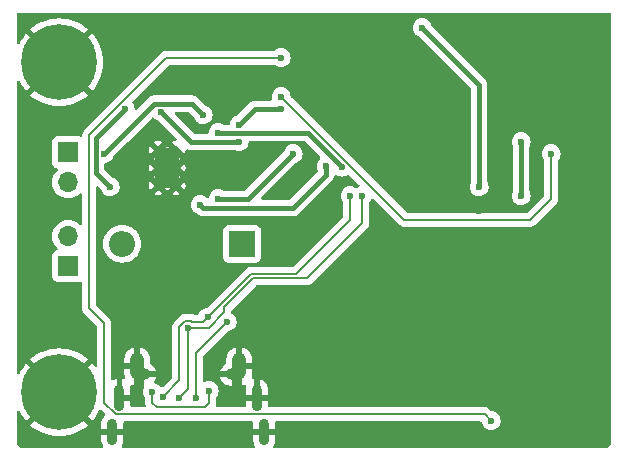
<source format=gbr>
%TF.GenerationSoftware,KiCad,Pcbnew,8.0.3*%
%TF.CreationDate,2024-07-09T21:28:30-04:00*%
%TF.ProjectId,PCB,5043422e-6b69-4636-9164-5f7063625858,rev?*%
%TF.SameCoordinates,Original*%
%TF.FileFunction,Copper,L2,Bot*%
%TF.FilePolarity,Positive*%
%FSLAX46Y46*%
G04 Gerber Fmt 4.6, Leading zero omitted, Abs format (unit mm)*
G04 Created by KiCad (PCBNEW 8.0.3) date 2024-07-09 21:28:30*
%MOMM*%
%LPD*%
G01*
G04 APERTURE LIST*
%TA.AperFunction,ComponentPad*%
%ADD10O,1.610000X0.970000*%
%TD*%
%TA.AperFunction,ComponentPad*%
%ADD11O,1.200000X2.300000*%
%TD*%
%TA.AperFunction,ComponentPad*%
%ADD12O,0.850000X2.250000*%
%TD*%
%TA.AperFunction,ComponentPad*%
%ADD13C,6.400000*%
%TD*%
%TA.AperFunction,HeatsinkPad*%
%ADD14C,0.600000*%
%TD*%
%TA.AperFunction,HeatsinkPad*%
%ADD15R,2.000000X3.500000*%
%TD*%
%TA.AperFunction,ComponentPad*%
%ADD16O,1.700000X1.700000*%
%TD*%
%TA.AperFunction,ComponentPad*%
%ADD17R,1.700000X1.700000*%
%TD*%
%TA.AperFunction,ComponentPad*%
%ADD18R,2.200000X2.200000*%
%TD*%
%TA.AperFunction,ComponentPad*%
%ADD19O,2.200000X2.200000*%
%TD*%
%TA.AperFunction,ViaPad*%
%ADD20C,0.600000*%
%TD*%
%TA.AperFunction,Conductor*%
%ADD21C,0.184150*%
%TD*%
%TA.AperFunction,Conductor*%
%ADD22C,0.381000*%
%TD*%
G04 APERTURE END LIST*
D10*
%TO.P,J3,S1,SHIELD*%
%TO.N,GND*%
X61399000Y-77472000D03*
D11*
X61724000Y-76807000D03*
D10*
X53409000Y-77472000D03*
D11*
X53084000Y-76807000D03*
D12*
X50984000Y-82347000D03*
X51584000Y-79447000D03*
X63224000Y-79447000D03*
X63824000Y-82347000D03*
%TD*%
D13*
%TO.P,REF\u002A\u002A,1*%
%TO.N,GND*%
X46482000Y-51054000D03*
%TD*%
%TO.P,GND,1*%
%TO.N,GND*%
X46482000Y-78994000D03*
%TD*%
D14*
%TO.P,U2,17,GND*%
%TO.N,GND*%
X54876000Y-58499000D03*
X54876000Y-59999000D03*
X54876000Y-61499000D03*
D15*
X55626000Y-59999000D03*
D14*
X56376000Y-58499000D03*
X56376000Y-59999000D03*
X56376000Y-61499000D03*
%TD*%
D16*
%TO.P,J2,2,Pin_2*%
%TO.N,Net-(J2-Pin_2)*%
X47244000Y-65774000D03*
D17*
%TO.P,J2,1,Pin_1*%
%TO.N,Net-(J2-Pin_1)*%
X47244000Y-68314000D03*
%TD*%
D16*
%TO.P,J1,2,Pin_2*%
%TO.N,Net-(J1-Pin_2)*%
X47244000Y-61217000D03*
D17*
%TO.P,J1,1,Pin_1*%
%TO.N,Net-(J1-Pin_1)*%
X47244000Y-58677000D03*
%TD*%
D18*
%TO.P,D1,1,K*%
%TO.N,+5V*%
X61976000Y-66421000D03*
D19*
%TO.P,D1,2,A*%
%TO.N,Net-(D1-A)*%
X51816000Y-66421000D03*
%TD*%
D20*
%TO.N,Net-(J3-CC2)*%
X60706000Y-73025000D03*
%TO.N,Net-(D1-A)*%
X59182000Y-78867000D03*
X54356000Y-78994000D03*
%TO.N,D-*%
X55245000Y-79375000D03*
%TO.N,D+*%
X56642000Y-79502000D03*
%TO.N,Net-(J3-CC2)*%
X58039000Y-79502000D03*
%TO.N,GND*%
X66040000Y-67183000D03*
%TO.N,BIN2*%
X66294000Y-58801000D03*
%TO.N,RESET*%
X82042000Y-61595000D03*
X77216000Y-48133000D03*
%TO.N,Net-(U2-BISEN)*%
X52070000Y-54991000D03*
%TO.N,Net-(U2-AISEN)*%
X58674000Y-55499000D03*
X50292000Y-58801000D03*
%TO.N,Net-(U2-BISEN)*%
X50800000Y-61595000D03*
%TO.N,BIN2*%
X59944000Y-62611000D03*
%TO.N,Net-(U2-VINT)*%
X55118000Y-55245000D03*
X61722000Y-57785000D03*
%TO.N,AIN2*%
X61722000Y-56332500D03*
%TO.N,GND*%
X65278000Y-62357000D03*
%TO.N,AIN2*%
X65278000Y-54991000D03*
%TO.N,AIN1*%
X59944000Y-57023000D03*
%TO.N,BIN1*%
X58420000Y-63119000D03*
%TO.N,AIN1*%
X70394082Y-59928403D03*
%TO.N,BIN1*%
X69088000Y-59817000D03*
%TO.N,GND*%
X78486000Y-62357000D03*
%TO.N,BOOT0*%
X65278000Y-50673000D03*
X83058000Y-81407000D03*
%TO.N,SCL*%
X65278000Y-53975000D03*
X88138000Y-58801000D03*
%TO.N,D+*%
X72136000Y-62357000D03*
%TO.N,D-*%
X71120000Y-62357000D03*
%TO.N,D+*%
X57403839Y-73532839D03*
%TO.N,D-*%
X59055000Y-72644000D03*
%TO.N,Net-(U1-CPOUT)*%
X85598000Y-62357000D03*
X85598000Y-57785000D03*
%TO.N,GND*%
X84582000Y-51435000D03*
X78740000Y-66167000D03*
X53086000Y-69755000D03*
X61468000Y-53213000D03*
X89662000Y-56007000D03*
X84074000Y-56007000D03*
X72898000Y-82931000D03*
X88392000Y-78867000D03*
X77216000Y-49911000D03*
X65278000Y-48133000D03*
X71374000Y-56769000D03*
X74168000Y-53975000D03*
X68326000Y-53975000D03*
X71374000Y-51181000D03*
X91948000Y-61849000D03*
X82042000Y-63627000D03*
%TD*%
D21*
%TO.N,BOOT0*%
X51286978Y-80864075D02*
X82515075Y-80864075D01*
X50292000Y-79869097D02*
X51286978Y-80864075D01*
X50292000Y-73152000D02*
X50292000Y-79869097D01*
X49022000Y-57201679D02*
X49022000Y-71882000D01*
X55550679Y-50673000D02*
X49022000Y-57201679D01*
X65278000Y-50673000D02*
X55550679Y-50673000D01*
X49022000Y-71882000D02*
X50292000Y-73152000D01*
X82515075Y-80864075D02*
X83058000Y-81407000D01*
%TO.N,Net-(J3-CC2)*%
X58039000Y-79502000D02*
X58039000Y-75692000D01*
X58039000Y-75692000D02*
X60706000Y-73025000D01*
%TO.N,D+*%
X57404000Y-78740000D02*
X57404000Y-73533000D01*
X56642000Y-79502000D02*
X57404000Y-78740000D01*
X57404000Y-73533000D02*
X57403839Y-73532839D01*
%TO.N,D-*%
X58674000Y-73025000D02*
X59055000Y-72644000D01*
X57158593Y-72940764D02*
X57649085Y-72940764D01*
X57649085Y-72940764D02*
X57733321Y-73025000D01*
X56642000Y-73457357D02*
X57158593Y-72940764D01*
X56642000Y-77978000D02*
X56642000Y-73457357D01*
X55245000Y-79375000D02*
X56642000Y-77978000D01*
X57733321Y-73025000D02*
X58674000Y-73025000D01*
%TO.N,Net-(D1-A)*%
X54737000Y-80264000D02*
X58801000Y-80264000D01*
X58801000Y-80264000D02*
X59182000Y-79883000D01*
X54356000Y-79883000D02*
X54737000Y-80264000D01*
X59182000Y-79883000D02*
X59182000Y-78867000D01*
X54356000Y-78994000D02*
X54356000Y-79883000D01*
%TO.N,D-*%
X71120000Y-64389000D02*
X71120000Y-62357000D01*
X59055000Y-72644000D02*
X62738000Y-68961000D01*
X62738000Y-68961000D02*
X66548000Y-68961000D01*
X66548000Y-68961000D02*
X71120000Y-64389000D01*
%TO.N,D+*%
X72136000Y-64633150D02*
X72136000Y-62357000D01*
X60460754Y-72216585D02*
X60460754Y-71781516D01*
X60460754Y-71781516D02*
X62897120Y-69345150D01*
X59144500Y-73532839D02*
X60460754Y-72216585D01*
X67424000Y-69345150D02*
X72136000Y-64633150D01*
X57403839Y-73532839D02*
X59144500Y-73532839D01*
X62897120Y-69345150D02*
X67424000Y-69345150D01*
D22*
%TO.N,AIN1*%
X67524515Y-57023000D02*
X59944000Y-57023000D01*
X70394082Y-59928403D02*
X70394082Y-59892567D01*
X70394082Y-59892567D02*
X67524515Y-57023000D01*
%TO.N,BIN1*%
X58674000Y-63373000D02*
X58420000Y-63119000D01*
X69088000Y-60579000D02*
X66294000Y-63373000D01*
X69088000Y-59817000D02*
X69088000Y-60579000D01*
X66294000Y-63373000D02*
X58674000Y-63373000D01*
%TO.N,BIN2*%
X62484000Y-62611000D02*
X66294000Y-58801000D01*
X59944000Y-62611000D02*
X62484000Y-62611000D01*
%TO.N,Net-(U2-VINT)*%
X57658000Y-57785000D02*
X55118000Y-55245000D01*
X61722000Y-57785000D02*
X57658000Y-57785000D01*
%TO.N,AIN2*%
X63063500Y-54991000D02*
X65278000Y-54991000D01*
X61722000Y-56332500D02*
X63063500Y-54991000D01*
%TO.N,Net-(U2-AISEN)*%
X57729500Y-54554500D02*
X58674000Y-55499000D01*
X54538500Y-54554500D02*
X57729500Y-54554500D01*
X50292000Y-58801000D02*
X54538500Y-54554500D01*
%TO.N,Net-(U2-BISEN)*%
X49601500Y-57459500D02*
X52070000Y-54991000D01*
X49601500Y-60396500D02*
X49601500Y-57459500D01*
X50800000Y-61595000D02*
X49601500Y-60396500D01*
%TO.N,RESET*%
X82042000Y-52959000D02*
X77216000Y-48133000D01*
X82042000Y-61595000D02*
X82042000Y-52959000D01*
D21*
%TO.N,SCL*%
X88138000Y-62611000D02*
X88138000Y-58801000D01*
X86360000Y-64389000D02*
X88138000Y-62611000D01*
X75692000Y-64389000D02*
X86360000Y-64389000D01*
X65278000Y-53975000D02*
X75692000Y-64389000D01*
D22*
%TO.N,Net-(U1-CPOUT)*%
X85598000Y-62357000D02*
X85598000Y-57785000D01*
%TD*%
%TA.AperFunction,Conductor*%
%TO.N,GND*%
G36*
X49270902Y-81429349D02*
G01*
X49479475Y-81171785D01*
X49479476Y-81171783D01*
X49690691Y-80846541D01*
X49690692Y-80846538D01*
X49863231Y-80507909D01*
X49911205Y-80457112D01*
X49979026Y-80440317D01*
X50045161Y-80462854D01*
X50061397Y-80476522D01*
X50366182Y-80781307D01*
X50399667Y-80842630D01*
X50394683Y-80912322D01*
X50366182Y-80956669D01*
X50265507Y-81057343D01*
X50265504Y-81057347D01*
X50164278Y-81208841D01*
X50164271Y-81208854D01*
X50094548Y-81377182D01*
X50094545Y-81377194D01*
X50059000Y-81555890D01*
X50059000Y-82097000D01*
X50709000Y-82097000D01*
X50709000Y-82597000D01*
X50059000Y-82597000D01*
X50059000Y-83138109D01*
X50094545Y-83316805D01*
X50094548Y-83316817D01*
X50164271Y-83485145D01*
X50164277Y-83485156D01*
X50174269Y-83500110D01*
X50195146Y-83566788D01*
X50176661Y-83634168D01*
X50124681Y-83680857D01*
X50071166Y-83693000D01*
X43217443Y-83693000D01*
X43150404Y-83673315D01*
X43129762Y-83656681D01*
X43068552Y-83595471D01*
X43051242Y-83573766D01*
X42989556Y-83475591D01*
X42977515Y-83450587D01*
X42939221Y-83341151D01*
X42933046Y-83314098D01*
X42926778Y-83258471D01*
X42926000Y-83244601D01*
X42926000Y-80681405D01*
X42945685Y-80614366D01*
X42998489Y-80568611D01*
X43067647Y-80558667D01*
X43131203Y-80587692D01*
X43160485Y-80625110D01*
X43273310Y-80846543D01*
X43484531Y-81171793D01*
X43693095Y-81429350D01*
X43693096Y-81429350D01*
X45187748Y-79934698D01*
X45261588Y-80036330D01*
X45439670Y-80214412D01*
X45541300Y-80288251D01*
X44046648Y-81782903D01*
X44046649Y-81782904D01*
X44304206Y-81991468D01*
X44629456Y-82202689D01*
X44975005Y-82378755D01*
X45337063Y-82517737D01*
X45711669Y-82618112D01*
X45711676Y-82618113D01*
X46094712Y-82678780D01*
X46481999Y-82699078D01*
X46482001Y-82699078D01*
X46869287Y-82678780D01*
X47252323Y-82618113D01*
X47252330Y-82618112D01*
X47626936Y-82517737D01*
X47988994Y-82378755D01*
X48334543Y-82202689D01*
X48659783Y-81991476D01*
X48659785Y-81991475D01*
X48917349Y-81782902D01*
X47422698Y-80288251D01*
X47524330Y-80214412D01*
X47702412Y-80036330D01*
X47776251Y-79934698D01*
X49270902Y-81429349D01*
G37*
%TD.AperFunction*%
%TA.AperFunction,Conductor*%
G36*
X62842039Y-81476335D02*
G01*
X62887794Y-81529139D01*
X62899000Y-81580650D01*
X62899000Y-82097000D01*
X63549000Y-82097000D01*
X63549000Y-82597000D01*
X62899000Y-82597000D01*
X62899000Y-83138109D01*
X62934545Y-83316805D01*
X62934548Y-83316817D01*
X63004271Y-83485145D01*
X63004277Y-83485156D01*
X63014269Y-83500110D01*
X63035146Y-83566788D01*
X63016661Y-83634168D01*
X62964681Y-83680857D01*
X62911166Y-83693000D01*
X51896834Y-83693000D01*
X51829795Y-83673315D01*
X51784040Y-83620511D01*
X51774096Y-83551353D01*
X51793731Y-83500110D01*
X51803722Y-83485156D01*
X51803728Y-83485145D01*
X51873451Y-83316817D01*
X51873454Y-83316805D01*
X51908999Y-83138109D01*
X51909000Y-83138106D01*
X51909000Y-82597000D01*
X51259000Y-82597000D01*
X51259000Y-82097000D01*
X51909000Y-82097000D01*
X51909000Y-81580650D01*
X51928685Y-81513611D01*
X51981489Y-81467856D01*
X52033000Y-81456650D01*
X62775000Y-81456650D01*
X62842039Y-81476335D01*
G37*
%TD.AperFunction*%
%TA.AperFunction,Conductor*%
G36*
X93161039Y-46882685D02*
G01*
X93206794Y-46935489D01*
X93218000Y-46987000D01*
X93218000Y-83128054D01*
X93217403Y-83140209D01*
X93211911Y-83195967D01*
X93207169Y-83219807D01*
X93170469Y-83340790D01*
X93161166Y-83363248D01*
X93101573Y-83474738D01*
X93088069Y-83494949D01*
X93007867Y-83592677D01*
X92990678Y-83609866D01*
X92923676Y-83664853D01*
X92859366Y-83692166D01*
X92845011Y-83693000D01*
X64736834Y-83693000D01*
X64669795Y-83673315D01*
X64624040Y-83620511D01*
X64614096Y-83551353D01*
X64633731Y-83500110D01*
X64643722Y-83485156D01*
X64643728Y-83485145D01*
X64713451Y-83316817D01*
X64713454Y-83316805D01*
X64748999Y-83138109D01*
X64749000Y-83138106D01*
X64749000Y-82597000D01*
X64099000Y-82597000D01*
X64099000Y-82097000D01*
X64749000Y-82097000D01*
X64749000Y-81580650D01*
X64768685Y-81513611D01*
X64821489Y-81467856D01*
X64873000Y-81456650D01*
X82147216Y-81456650D01*
X82214255Y-81476335D01*
X82260010Y-81529139D01*
X82270436Y-81566765D01*
X82271431Y-81575596D01*
X82272631Y-81586252D01*
X82332210Y-81756521D01*
X82348787Y-81782903D01*
X82428184Y-81909262D01*
X82555738Y-82036816D01*
X82708478Y-82132789D01*
X82878745Y-82192368D01*
X82878750Y-82192369D01*
X83057996Y-82212565D01*
X83058000Y-82212565D01*
X83058004Y-82212565D01*
X83237249Y-82192369D01*
X83237252Y-82192368D01*
X83237255Y-82192368D01*
X83407522Y-82132789D01*
X83560262Y-82036816D01*
X83687816Y-81909262D01*
X83783789Y-81756522D01*
X83843368Y-81586255D01*
X83845564Y-81566769D01*
X83863565Y-81407003D01*
X83863565Y-81406996D01*
X83843369Y-81227750D01*
X83843368Y-81227745D01*
X83836753Y-81208841D01*
X83783789Y-81057478D01*
X83687816Y-80904738D01*
X83560262Y-80777184D01*
X83407831Y-80681405D01*
X83407521Y-80681210D01*
X83237252Y-80621631D01*
X83237247Y-80621630D01*
X83137700Y-80610414D01*
X83073286Y-80583347D01*
X83063903Y-80574875D01*
X82878927Y-80389899D01*
X82878925Y-80389897D01*
X82743801Y-80311883D01*
X82593089Y-80271500D01*
X82593088Y-80271500D01*
X64273000Y-80271500D01*
X64205961Y-80251815D01*
X64160206Y-80199011D01*
X64149000Y-80147500D01*
X64149000Y-79697000D01*
X63499000Y-79697000D01*
X63499000Y-79197000D01*
X64149000Y-79197000D01*
X64149000Y-78655894D01*
X64148999Y-78655890D01*
X64113454Y-78477194D01*
X64113451Y-78477182D01*
X64043728Y-78308854D01*
X64043721Y-78308841D01*
X63942495Y-78157347D01*
X63942492Y-78157343D01*
X63813656Y-78028507D01*
X63813652Y-78028504D01*
X63662158Y-77927278D01*
X63662149Y-77927273D01*
X63493812Y-77857546D01*
X63474000Y-77853604D01*
X63474000Y-78681943D01*
X63457134Y-78641225D01*
X63379775Y-78563866D01*
X63278701Y-78522000D01*
X63169299Y-78522000D01*
X63068225Y-78563866D01*
X62990866Y-78641225D01*
X62974000Y-78681943D01*
X62974000Y-77853605D01*
X62973999Y-77853604D01*
X62954188Y-77857546D01*
X62929733Y-77867675D01*
X62860263Y-77875141D01*
X62797785Y-77843864D01*
X62762135Y-77783774D01*
X62764353Y-77714792D01*
X62796914Y-77614582D01*
X62824000Y-77443571D01*
X62824000Y-77057000D01*
X62024000Y-77057000D01*
X62024000Y-76557000D01*
X62824000Y-76557000D01*
X62824000Y-76170428D01*
X62796914Y-75999415D01*
X62743408Y-75834742D01*
X62664804Y-75680475D01*
X62563032Y-75540397D01*
X62440602Y-75417967D01*
X62300524Y-75316195D01*
X62146257Y-75237591D01*
X61981589Y-75184087D01*
X61981581Y-75184085D01*
X61974000Y-75182884D01*
X61974000Y-76050011D01*
X61964060Y-76032795D01*
X61908205Y-75976940D01*
X61839796Y-75937444D01*
X61763496Y-75917000D01*
X61684504Y-75917000D01*
X61608204Y-75937444D01*
X61539795Y-75976940D01*
X61483940Y-76032795D01*
X61474000Y-76050011D01*
X61474000Y-75182884D01*
X61473999Y-75182884D01*
X61466418Y-75184085D01*
X61466410Y-75184087D01*
X61301742Y-75237591D01*
X61147475Y-75316195D01*
X61007397Y-75417967D01*
X60884967Y-75540397D01*
X60783195Y-75680475D01*
X60704591Y-75834742D01*
X60651085Y-75999415D01*
X60624000Y-76170428D01*
X60624000Y-76525092D01*
X60604315Y-76592131D01*
X60568891Y-76628194D01*
X60451099Y-76706900D01*
X60451095Y-76706903D01*
X60313903Y-76844095D01*
X60313900Y-76844099D01*
X60206107Y-77005421D01*
X60206100Y-77005434D01*
X60131855Y-77184679D01*
X60131851Y-77184693D01*
X60124430Y-77221999D01*
X60124431Y-77222000D01*
X60974272Y-77222000D01*
X60882386Y-77260060D01*
X60812060Y-77330386D01*
X60774000Y-77422272D01*
X60774000Y-77521728D01*
X60812060Y-77613614D01*
X60882386Y-77683940D01*
X60974272Y-77722000D01*
X60124431Y-77722000D01*
X60131851Y-77759306D01*
X60131855Y-77759320D01*
X60206100Y-77938565D01*
X60206107Y-77938578D01*
X60313900Y-78099900D01*
X60313903Y-78099904D01*
X60451095Y-78237096D01*
X60451099Y-78237099D01*
X60612421Y-78344892D01*
X60612434Y-78344899D01*
X60791681Y-78419145D01*
X60791693Y-78419148D01*
X60981981Y-78456999D01*
X60981984Y-78457000D01*
X61149000Y-78457000D01*
X61149000Y-77722000D01*
X61823728Y-77722000D01*
X61915614Y-77683940D01*
X61974000Y-77625554D01*
X61974000Y-78431115D01*
X61981584Y-78429914D01*
X62146253Y-78376409D01*
X62150295Y-78374350D01*
X62218963Y-78361450D01*
X62283705Y-78387723D01*
X62323966Y-78444827D01*
X62328214Y-78509022D01*
X62299000Y-78655896D01*
X62299000Y-79197000D01*
X62949000Y-79197000D01*
X62949000Y-79697000D01*
X62299000Y-79697000D01*
X62299000Y-80147500D01*
X62279315Y-80214539D01*
X62226511Y-80260294D01*
X62175000Y-80271500D01*
X59852980Y-80271500D01*
X59785941Y-80251815D01*
X59740186Y-80199011D01*
X59730242Y-80129853D01*
X59733205Y-80115406D01*
X59734191Y-80111726D01*
X59734192Y-80111725D01*
X59774575Y-79961014D01*
X59774575Y-79457865D01*
X59794260Y-79390826D01*
X59810894Y-79370184D01*
X59811816Y-79369262D01*
X59907789Y-79216522D01*
X59967368Y-79046255D01*
X59967369Y-79046249D01*
X59987565Y-78867003D01*
X59987565Y-78866996D01*
X59967369Y-78687750D01*
X59967368Y-78687745D01*
X59907789Y-78517478D01*
X59902476Y-78509023D01*
X59826258Y-78387723D01*
X59811816Y-78364738D01*
X59684262Y-78237184D01*
X59684122Y-78237096D01*
X59531523Y-78141211D01*
X59361254Y-78081631D01*
X59361249Y-78081630D01*
X59182004Y-78061435D01*
X59181996Y-78061435D01*
X59002750Y-78081630D01*
X59002745Y-78081631D01*
X58832476Y-78141211D01*
X58821547Y-78148079D01*
X58754310Y-78167079D01*
X58687475Y-78146711D01*
X58642261Y-78093443D01*
X58631575Y-78043085D01*
X58631575Y-75988813D01*
X58651260Y-75921774D01*
X58667889Y-75901137D01*
X60711904Y-73857121D01*
X60773225Y-73823638D01*
X60785680Y-73821586D01*
X60885255Y-73810368D01*
X61055522Y-73750789D01*
X61208262Y-73654816D01*
X61335816Y-73527262D01*
X61431789Y-73374522D01*
X61491368Y-73204255D01*
X61503846Y-73093510D01*
X61511565Y-73025003D01*
X61511565Y-73024996D01*
X61491369Y-72845750D01*
X61491368Y-72845745D01*
X61471215Y-72788150D01*
X61431789Y-72675478D01*
X61335816Y-72522738D01*
X61208262Y-72395184D01*
X61208260Y-72395182D01*
X61111356Y-72334293D01*
X61065066Y-72281959D01*
X61053329Y-72229300D01*
X61053329Y-72078330D01*
X61073014Y-72011291D01*
X61089648Y-71990649D01*
X63106253Y-69974044D01*
X63167576Y-69940559D01*
X63193934Y-69937725D01*
X67502012Y-69937725D01*
X67502014Y-69937725D01*
X67652726Y-69897342D01*
X67787850Y-69819328D01*
X72610178Y-64997000D01*
X72669571Y-64894127D01*
X72688192Y-64861875D01*
X72728575Y-64711164D01*
X72728575Y-62947865D01*
X72748260Y-62880826D01*
X72764894Y-62860184D01*
X72765816Y-62859262D01*
X72861789Y-62706522D01*
X72876889Y-62663367D01*
X72917609Y-62606592D01*
X72982562Y-62580843D01*
X73051124Y-62594298D01*
X73081612Y-62616640D01*
X75328150Y-64863178D01*
X75463274Y-64941192D01*
X75613986Y-64981575D01*
X75613988Y-64981575D01*
X86438012Y-64981575D01*
X86438014Y-64981575D01*
X86588726Y-64941192D01*
X86723850Y-64863178D01*
X88612178Y-62974849D01*
X88690192Y-62839726D01*
X88730575Y-62689014D01*
X88730575Y-62532985D01*
X88730575Y-59391865D01*
X88750260Y-59324826D01*
X88766894Y-59304184D01*
X88767816Y-59303262D01*
X88863789Y-59150522D01*
X88923368Y-58980255D01*
X88923369Y-58980249D01*
X88943565Y-58801003D01*
X88943565Y-58800996D01*
X88923369Y-58621750D01*
X88923368Y-58621745D01*
X88880418Y-58499002D01*
X88863789Y-58451478D01*
X88863786Y-58451474D01*
X88824582Y-58389080D01*
X88767816Y-58298738D01*
X88640262Y-58171184D01*
X88599302Y-58145447D01*
X88487523Y-58075211D01*
X88317254Y-58015631D01*
X88317249Y-58015630D01*
X88138004Y-57995435D01*
X88137996Y-57995435D01*
X87958750Y-58015630D01*
X87958745Y-58015631D01*
X87788476Y-58075211D01*
X87635737Y-58171184D01*
X87508184Y-58298737D01*
X87412211Y-58451476D01*
X87352631Y-58621745D01*
X87352630Y-58621750D01*
X87332435Y-58800996D01*
X87332435Y-58801003D01*
X87352630Y-58980249D01*
X87352631Y-58980254D01*
X87412211Y-59150523D01*
X87508184Y-59303262D01*
X87509106Y-59304184D01*
X87509510Y-59304925D01*
X87512525Y-59308705D01*
X87511862Y-59309232D01*
X87542591Y-59365507D01*
X87545425Y-59391865D01*
X87545425Y-62314185D01*
X87525740Y-62381224D01*
X87509106Y-62401866D01*
X86150866Y-63760106D01*
X86089543Y-63793591D01*
X86063185Y-63796425D01*
X75988815Y-63796425D01*
X75921776Y-63776740D01*
X75901134Y-63760106D01*
X66110123Y-53969095D01*
X66076638Y-53907772D01*
X66074586Y-53895316D01*
X66063368Y-53795745D01*
X66003789Y-53625478D01*
X65907816Y-53472738D01*
X65780262Y-53345184D01*
X65627523Y-53249211D01*
X65457254Y-53189631D01*
X65457249Y-53189630D01*
X65278004Y-53169435D01*
X65277996Y-53169435D01*
X65098750Y-53189630D01*
X65098745Y-53189631D01*
X64928476Y-53249211D01*
X64775737Y-53345184D01*
X64648184Y-53472737D01*
X64552211Y-53625476D01*
X64492631Y-53795745D01*
X64492630Y-53795750D01*
X64472435Y-53974996D01*
X64472435Y-53975003D01*
X64493411Y-54161175D01*
X64490494Y-54161503D01*
X64487023Y-54218147D01*
X64445725Y-54274504D01*
X64380512Y-54299587D01*
X64370406Y-54300000D01*
X62995438Y-54300000D01*
X62880938Y-54322776D01*
X62880937Y-54322776D01*
X62869498Y-54325051D01*
X62861940Y-54326555D01*
X62861939Y-54326555D01*
X62736194Y-54378640D01*
X62736181Y-54378647D01*
X62623013Y-54454264D01*
X62623009Y-54454267D01*
X61543376Y-55533900D01*
X61496651Y-55563260D01*
X61372476Y-55606711D01*
X61372475Y-55606712D01*
X61219737Y-55702684D01*
X61092184Y-55830237D01*
X60996210Y-55982978D01*
X60936630Y-56153250D01*
X60928898Y-56221883D01*
X60901832Y-56286297D01*
X60844237Y-56325852D01*
X60805678Y-56332000D01*
X60384613Y-56332000D01*
X60318641Y-56312994D01*
X60293523Y-56297211D01*
X60123254Y-56237631D01*
X60123249Y-56237630D01*
X59944004Y-56217435D01*
X59943996Y-56217435D01*
X59764750Y-56237630D01*
X59764745Y-56237631D01*
X59594476Y-56297211D01*
X59441737Y-56393184D01*
X59314184Y-56520737D01*
X59218211Y-56673476D01*
X59158631Y-56843745D01*
X59158630Y-56843750D01*
X59142842Y-56983883D01*
X59115776Y-57048297D01*
X59058181Y-57087852D01*
X59019622Y-57094000D01*
X57995584Y-57094000D01*
X57928545Y-57074315D01*
X57907903Y-57057681D01*
X56307403Y-55457181D01*
X56273918Y-55395858D01*
X56278902Y-55326166D01*
X56320774Y-55270233D01*
X56386238Y-55245816D01*
X56395084Y-55245500D01*
X57391916Y-55245500D01*
X57458955Y-55265185D01*
X57479597Y-55281819D01*
X57875398Y-55677619D01*
X57904758Y-55724345D01*
X57948209Y-55848519D01*
X57948211Y-55848522D01*
X58044184Y-56001262D01*
X58171738Y-56128816D01*
X58324478Y-56224789D01*
X58423708Y-56259511D01*
X58494745Y-56284368D01*
X58494750Y-56284369D01*
X58673996Y-56304565D01*
X58674000Y-56304565D01*
X58674004Y-56304565D01*
X58853249Y-56284369D01*
X58853252Y-56284368D01*
X58853255Y-56284368D01*
X59023522Y-56224789D01*
X59176262Y-56128816D01*
X59303816Y-56001262D01*
X59399789Y-55848522D01*
X59459368Y-55678255D01*
X59476384Y-55527233D01*
X59479565Y-55499003D01*
X59479565Y-55498996D01*
X59459369Y-55319750D01*
X59459368Y-55319745D01*
X59433499Y-55245816D01*
X59399789Y-55149478D01*
X59303816Y-54996738D01*
X59176262Y-54869184D01*
X59084855Y-54811749D01*
X59023519Y-54773209D01*
X58899345Y-54729758D01*
X58852619Y-54700398D01*
X58169992Y-54017769D01*
X58169985Y-54017763D01*
X58056812Y-53942144D01*
X58056809Y-53942142D01*
X57931061Y-53890056D01*
X57931051Y-53890053D01*
X57797560Y-53863500D01*
X57797558Y-53863500D01*
X54470442Y-53863500D01*
X54470440Y-53863500D01*
X54336948Y-53890053D01*
X54336938Y-53890056D01*
X54211195Y-53942140D01*
X54211182Y-53942147D01*
X54098014Y-54017764D01*
X54098010Y-54017767D01*
X53082872Y-55032904D01*
X53021549Y-55066389D01*
X52951857Y-55061405D01*
X52895924Y-55019533D01*
X52871971Y-54959106D01*
X52855369Y-54811749D01*
X52855368Y-54811745D01*
X52829836Y-54738780D01*
X52795789Y-54641478D01*
X52795788Y-54641477D01*
X52795787Y-54641473D01*
X52703479Y-54494567D01*
X52684478Y-54427331D01*
X52704845Y-54360496D01*
X52720786Y-54340919D01*
X55759813Y-51301894D01*
X55821136Y-51268409D01*
X55847494Y-51265575D01*
X64687135Y-51265575D01*
X64754174Y-51285260D01*
X64774816Y-51301894D01*
X64775738Y-51302816D01*
X64928478Y-51398789D01*
X65098745Y-51458368D01*
X65098750Y-51458369D01*
X65277996Y-51478565D01*
X65278000Y-51478565D01*
X65278004Y-51478565D01*
X65457249Y-51458369D01*
X65457252Y-51458368D01*
X65457255Y-51458368D01*
X65627522Y-51398789D01*
X65780262Y-51302816D01*
X65907816Y-51175262D01*
X66003789Y-51022522D01*
X66063368Y-50852255D01*
X66063369Y-50852249D01*
X66083565Y-50673003D01*
X66083565Y-50672996D01*
X66063369Y-50493750D01*
X66063368Y-50493745D01*
X66003788Y-50323476D01*
X65907815Y-50170737D01*
X65780262Y-50043184D01*
X65627523Y-49947211D01*
X65457254Y-49887631D01*
X65457249Y-49887630D01*
X65278004Y-49867435D01*
X65277996Y-49867435D01*
X65098750Y-49887630D01*
X65098745Y-49887631D01*
X64928476Y-49947211D01*
X64775737Y-50043184D01*
X64774816Y-50044106D01*
X64774074Y-50044510D01*
X64770295Y-50047525D01*
X64769767Y-50046862D01*
X64713493Y-50077591D01*
X64687135Y-50080425D01*
X55472665Y-50080425D01*
X55321954Y-50120808D01*
X55321953Y-50120808D01*
X55321951Y-50120809D01*
X55299597Y-50133716D01*
X55299594Y-50133717D01*
X55186835Y-50198817D01*
X55186827Y-50198823D01*
X48547824Y-56837826D01*
X48547820Y-56837832D01*
X48469809Y-56972949D01*
X48469807Y-56972954D01*
X48457465Y-57019010D01*
X48457466Y-57019011D01*
X48429425Y-57123663D01*
X48429425Y-57239332D01*
X48409740Y-57306371D01*
X48356936Y-57352126D01*
X48287778Y-57362070D01*
X48262093Y-57355514D01*
X48201485Y-57332909D01*
X48201483Y-57332908D01*
X48141883Y-57326501D01*
X48141881Y-57326500D01*
X48141873Y-57326500D01*
X48141864Y-57326500D01*
X46346129Y-57326500D01*
X46346123Y-57326501D01*
X46286516Y-57332908D01*
X46151671Y-57383202D01*
X46151664Y-57383206D01*
X46036455Y-57469452D01*
X46036452Y-57469455D01*
X45950206Y-57584664D01*
X45950202Y-57584671D01*
X45899908Y-57719517D01*
X45893501Y-57779116D01*
X45893500Y-57779135D01*
X45893500Y-59574870D01*
X45893501Y-59574876D01*
X45899908Y-59634483D01*
X45950202Y-59769328D01*
X45950206Y-59769335D01*
X46036452Y-59884544D01*
X46036455Y-59884547D01*
X46151664Y-59970793D01*
X46151671Y-59970797D01*
X46283081Y-60019810D01*
X46339015Y-60061681D01*
X46363432Y-60127145D01*
X46348580Y-60195418D01*
X46327430Y-60223673D01*
X46205503Y-60345600D01*
X46069965Y-60539169D01*
X46069964Y-60539171D01*
X45970098Y-60753335D01*
X45970094Y-60753344D01*
X45908938Y-60981586D01*
X45908936Y-60981596D01*
X45888341Y-61216999D01*
X45888341Y-61217000D01*
X45908936Y-61452403D01*
X45908938Y-61452413D01*
X45970094Y-61680655D01*
X45970096Y-61680659D01*
X45970097Y-61680663D01*
X46050251Y-61852553D01*
X46069965Y-61894830D01*
X46069967Y-61894834D01*
X46148842Y-62007478D01*
X46205505Y-62088401D01*
X46372599Y-62255495D01*
X46441960Y-62304062D01*
X46566165Y-62391032D01*
X46566167Y-62391033D01*
X46566170Y-62391035D01*
X46780337Y-62490903D01*
X47008592Y-62552063D01*
X47196918Y-62568539D01*
X47243999Y-62572659D01*
X47244000Y-62572659D01*
X47244001Y-62572659D01*
X47283234Y-62569226D01*
X47479408Y-62552063D01*
X47707663Y-62490903D01*
X47921830Y-62391035D01*
X48115401Y-62255495D01*
X48217744Y-62153152D01*
X48279067Y-62119667D01*
X48348759Y-62124651D01*
X48404692Y-62166523D01*
X48429109Y-62231987D01*
X48429425Y-62240833D01*
X48429425Y-64750166D01*
X48409740Y-64817205D01*
X48356936Y-64862960D01*
X48287778Y-64872904D01*
X48224222Y-64843879D01*
X48217744Y-64837848D01*
X48195447Y-64815551D01*
X48115401Y-64735505D01*
X48115397Y-64735502D01*
X48115396Y-64735501D01*
X47921834Y-64599967D01*
X47921830Y-64599965D01*
X47921828Y-64599964D01*
X47707663Y-64500097D01*
X47707659Y-64500096D01*
X47707655Y-64500094D01*
X47479413Y-64438938D01*
X47479403Y-64438936D01*
X47244001Y-64418341D01*
X47243999Y-64418341D01*
X47008596Y-64438936D01*
X47008586Y-64438938D01*
X46780344Y-64500094D01*
X46780335Y-64500098D01*
X46566171Y-64599964D01*
X46566169Y-64599965D01*
X46372597Y-64735505D01*
X46205505Y-64902597D01*
X46069965Y-65096169D01*
X46069964Y-65096171D01*
X45970098Y-65310335D01*
X45970094Y-65310344D01*
X45908938Y-65538586D01*
X45908936Y-65538596D01*
X45888341Y-65773999D01*
X45888341Y-65774000D01*
X45908936Y-66009403D01*
X45908938Y-66009413D01*
X45970094Y-66237655D01*
X45970096Y-66237659D01*
X45970097Y-66237663D01*
X46055589Y-66421000D01*
X46069965Y-66451830D01*
X46069967Y-66451834D01*
X46205501Y-66645395D01*
X46205506Y-66645402D01*
X46327430Y-66767326D01*
X46360915Y-66828649D01*
X46355931Y-66898341D01*
X46314059Y-66954274D01*
X46283083Y-66971189D01*
X46151669Y-67020203D01*
X46151664Y-67020206D01*
X46036455Y-67106452D01*
X46036452Y-67106455D01*
X45950206Y-67221664D01*
X45950202Y-67221671D01*
X45899908Y-67356517D01*
X45893501Y-67416116D01*
X45893500Y-67416135D01*
X45893500Y-69211870D01*
X45893501Y-69211876D01*
X45899908Y-69271483D01*
X45950202Y-69406328D01*
X45950206Y-69406335D01*
X46036452Y-69521544D01*
X46036455Y-69521547D01*
X46151664Y-69607793D01*
X46151671Y-69607797D01*
X46286517Y-69658091D01*
X46286516Y-69658091D01*
X46293444Y-69658835D01*
X46346127Y-69664500D01*
X48141872Y-69664499D01*
X48201483Y-69658091D01*
X48262093Y-69635484D01*
X48331783Y-69630501D01*
X48393106Y-69663986D01*
X48426591Y-69725309D01*
X48429425Y-69751667D01*
X48429425Y-71803986D01*
X48429425Y-71960014D01*
X48447365Y-72026968D01*
X48469809Y-72110728D01*
X48469809Y-72110729D01*
X48524643Y-72205704D01*
X48547822Y-72245850D01*
X48547824Y-72245852D01*
X49663106Y-73361134D01*
X49696591Y-73422457D01*
X49699425Y-73448815D01*
X49699425Y-76737665D01*
X49679740Y-76804704D01*
X49626936Y-76850459D01*
X49557778Y-76860403D01*
X49494222Y-76831378D01*
X49479059Y-76815700D01*
X49270904Y-76558649D01*
X49270903Y-76558648D01*
X47776251Y-78053300D01*
X47702412Y-77951670D01*
X47524330Y-77773588D01*
X47422698Y-77699748D01*
X48917350Y-76205096D01*
X48917350Y-76205095D01*
X48659793Y-75996531D01*
X48334543Y-75785310D01*
X47988994Y-75609244D01*
X47626936Y-75470262D01*
X47252330Y-75369887D01*
X47252323Y-75369886D01*
X46869287Y-75309219D01*
X46482001Y-75288922D01*
X46481999Y-75288922D01*
X46094712Y-75309219D01*
X45711676Y-75369886D01*
X45711669Y-75369887D01*
X45337063Y-75470262D01*
X44975005Y-75609244D01*
X44629456Y-75785310D01*
X44304206Y-75996531D01*
X44046648Y-76205095D01*
X44046648Y-76205096D01*
X45541301Y-77699748D01*
X45439670Y-77773588D01*
X45261588Y-77951670D01*
X45187748Y-78053300D01*
X43693096Y-76558648D01*
X43693095Y-76558648D01*
X43484531Y-76816206D01*
X43273310Y-77141456D01*
X43160485Y-77362889D01*
X43112511Y-77413685D01*
X43044690Y-77430480D01*
X42978555Y-77407943D01*
X42935103Y-77353228D01*
X42926000Y-77306594D01*
X42926000Y-52741405D01*
X42945685Y-52674366D01*
X42998489Y-52628611D01*
X43067647Y-52618667D01*
X43131203Y-52647692D01*
X43160485Y-52685110D01*
X43273310Y-52906543D01*
X43484531Y-53231793D01*
X43693095Y-53489350D01*
X43693096Y-53489350D01*
X45187748Y-51994698D01*
X45261588Y-52096330D01*
X45439670Y-52274412D01*
X45541300Y-52348251D01*
X44046648Y-53842903D01*
X44046649Y-53842904D01*
X44304206Y-54051468D01*
X44629456Y-54262689D01*
X44975005Y-54438755D01*
X45337063Y-54577737D01*
X45711669Y-54678112D01*
X45711676Y-54678113D01*
X46094712Y-54738780D01*
X46481999Y-54759078D01*
X46482001Y-54759078D01*
X46869287Y-54738780D01*
X47252323Y-54678113D01*
X47252330Y-54678112D01*
X47626936Y-54577737D01*
X47988994Y-54438755D01*
X48334543Y-54262689D01*
X48659783Y-54051476D01*
X48659785Y-54051475D01*
X48917349Y-53842902D01*
X47422698Y-52348251D01*
X47524330Y-52274412D01*
X47702412Y-52096330D01*
X47776251Y-51994698D01*
X49270902Y-53489349D01*
X49479475Y-53231785D01*
X49479476Y-53231783D01*
X49690689Y-52906543D01*
X49866755Y-52560994D01*
X50005737Y-52198936D01*
X50106112Y-51824330D01*
X50106113Y-51824323D01*
X50166780Y-51441287D01*
X50187078Y-51054000D01*
X50187078Y-51053999D01*
X50166780Y-50666712D01*
X50106113Y-50283676D01*
X50106112Y-50283669D01*
X50005737Y-49909063D01*
X49866755Y-49547005D01*
X49690689Y-49201456D01*
X49479468Y-48876206D01*
X49270904Y-48618649D01*
X49270903Y-48618648D01*
X47776251Y-50113300D01*
X47702412Y-50011670D01*
X47524330Y-49833588D01*
X47422698Y-49759748D01*
X48917350Y-48265096D01*
X48917350Y-48265095D01*
X48754220Y-48132996D01*
X76410435Y-48132996D01*
X76410435Y-48133003D01*
X76430630Y-48312249D01*
X76430631Y-48312254D01*
X76490211Y-48482523D01*
X76575745Y-48618648D01*
X76586184Y-48635262D01*
X76713738Y-48762816D01*
X76866478Y-48858789D01*
X76990651Y-48902238D01*
X77037377Y-48931599D01*
X81314681Y-53208902D01*
X81348166Y-53270225D01*
X81351000Y-53296583D01*
X81351000Y-61154387D01*
X81331995Y-61220357D01*
X81316209Y-61245480D01*
X81256633Y-61415737D01*
X81256630Y-61415750D01*
X81236435Y-61594996D01*
X81236435Y-61595003D01*
X81256630Y-61774249D01*
X81256631Y-61774254D01*
X81316211Y-61944523D01*
X81355769Y-62007478D01*
X81412184Y-62097262D01*
X81539738Y-62224816D01*
X81588568Y-62255498D01*
X81681967Y-62314185D01*
X81692478Y-62320789D01*
X81795952Y-62356996D01*
X81862745Y-62380368D01*
X81862750Y-62380369D01*
X82041996Y-62400565D01*
X82042000Y-62400565D01*
X82042004Y-62400565D01*
X82221249Y-62380369D01*
X82221252Y-62380368D01*
X82221255Y-62380368D01*
X82391522Y-62320789D01*
X82544262Y-62224816D01*
X82671816Y-62097262D01*
X82767789Y-61944522D01*
X82827368Y-61774255D01*
X82832672Y-61727184D01*
X82847565Y-61595003D01*
X82847565Y-61594996D01*
X82827369Y-61415750D01*
X82827366Y-61415737D01*
X82767790Y-61245480D01*
X82767787Y-61245476D01*
X82752005Y-61220357D01*
X82733000Y-61154387D01*
X82733000Y-57784996D01*
X84792435Y-57784996D01*
X84792435Y-57785003D01*
X84812630Y-57964249D01*
X84812631Y-57964254D01*
X84872211Y-58134524D01*
X84887993Y-58159639D01*
X84907000Y-58225612D01*
X84907000Y-61916387D01*
X84887995Y-61982357D01*
X84872209Y-62007480D01*
X84812633Y-62177737D01*
X84812630Y-62177750D01*
X84792435Y-62356996D01*
X84792435Y-62357003D01*
X84812630Y-62536249D01*
X84812631Y-62536254D01*
X84872211Y-62706523D01*
X84911769Y-62769478D01*
X84968184Y-62859262D01*
X85095738Y-62986816D01*
X85248478Y-63082789D01*
X85351952Y-63118996D01*
X85418745Y-63142368D01*
X85418750Y-63142369D01*
X85597996Y-63162565D01*
X85598000Y-63162565D01*
X85598004Y-63162565D01*
X85777249Y-63142369D01*
X85777252Y-63142368D01*
X85777255Y-63142368D01*
X85947522Y-63082789D01*
X86100262Y-62986816D01*
X86227816Y-62859262D01*
X86323789Y-62706522D01*
X86383368Y-62536255D01*
X86383369Y-62536249D01*
X86403565Y-62357003D01*
X86403565Y-62356996D01*
X86383369Y-62177750D01*
X86383366Y-62177737D01*
X86323790Y-62007480D01*
X86323787Y-62007476D01*
X86308005Y-61982357D01*
X86289000Y-61916387D01*
X86289000Y-58225612D01*
X86308007Y-58159639D01*
X86323788Y-58134524D01*
X86323789Y-58134522D01*
X86383368Y-57964255D01*
X86403565Y-57785000D01*
X86403265Y-57782338D01*
X86383369Y-57605750D01*
X86383368Y-57605745D01*
X86335678Y-57469455D01*
X86323789Y-57435478D01*
X86227816Y-57282738D01*
X86100262Y-57155184D01*
X86050097Y-57123663D01*
X85947523Y-57059211D01*
X85777254Y-56999631D01*
X85777249Y-56999630D01*
X85598004Y-56979435D01*
X85597996Y-56979435D01*
X85418750Y-56999630D01*
X85418745Y-56999631D01*
X85248476Y-57059211D01*
X85095737Y-57155184D01*
X84968184Y-57282737D01*
X84872211Y-57435476D01*
X84812631Y-57605745D01*
X84812630Y-57605750D01*
X84792435Y-57784996D01*
X82733000Y-57784996D01*
X82733000Y-52890939D01*
X82706446Y-52757448D01*
X82706445Y-52757447D01*
X82706445Y-52757443D01*
X82676484Y-52685110D01*
X82654359Y-52631695D01*
X82654352Y-52631682D01*
X82578735Y-52518514D01*
X82578734Y-52518513D01*
X82482487Y-52422266D01*
X78014599Y-47954377D01*
X77985238Y-47907650D01*
X77963424Y-47845310D01*
X77941789Y-47783478D01*
X77845816Y-47630738D01*
X77718262Y-47503184D01*
X77601611Y-47429887D01*
X77565523Y-47407211D01*
X77395254Y-47347631D01*
X77395249Y-47347630D01*
X77216004Y-47327435D01*
X77215996Y-47327435D01*
X77036750Y-47347630D01*
X77036745Y-47347631D01*
X76866476Y-47407211D01*
X76713737Y-47503184D01*
X76586184Y-47630737D01*
X76490211Y-47783476D01*
X76430631Y-47953745D01*
X76430630Y-47953750D01*
X76410435Y-48132996D01*
X48754220Y-48132996D01*
X48659793Y-48056531D01*
X48334543Y-47845310D01*
X47988994Y-47669244D01*
X47626936Y-47530262D01*
X47252330Y-47429887D01*
X47252323Y-47429886D01*
X46869287Y-47369219D01*
X46482001Y-47348922D01*
X46481999Y-47348922D01*
X46094712Y-47369219D01*
X45711676Y-47429886D01*
X45711669Y-47429887D01*
X45337063Y-47530262D01*
X44975005Y-47669244D01*
X44629456Y-47845310D01*
X44304206Y-48056531D01*
X44046648Y-48265095D01*
X44046648Y-48265096D01*
X45541301Y-49759748D01*
X45439670Y-49833588D01*
X45261588Y-50011670D01*
X45187748Y-50113300D01*
X43693096Y-48618648D01*
X43693095Y-48618648D01*
X43484531Y-48876206D01*
X43273310Y-49201456D01*
X43160485Y-49422889D01*
X43112511Y-49473685D01*
X43044690Y-49490480D01*
X42978555Y-49467943D01*
X42935103Y-49413228D01*
X42926000Y-49366594D01*
X42926000Y-46987000D01*
X42945685Y-46919961D01*
X42998489Y-46874206D01*
X43050000Y-46863000D01*
X93094000Y-46863000D01*
X93161039Y-46882685D01*
G37*
%TD.AperFunction*%
%TA.AperFunction,Conductor*%
G36*
X52892386Y-77683940D02*
G01*
X52984272Y-77722000D01*
X53659000Y-77722000D01*
X53659000Y-78469686D01*
X53677225Y-78503063D01*
X53672241Y-78572755D01*
X53661053Y-78595393D01*
X53630211Y-78644476D01*
X53570631Y-78814745D01*
X53570630Y-78814750D01*
X53550435Y-78993996D01*
X53550435Y-78994003D01*
X53570630Y-79173249D01*
X53570631Y-79173254D01*
X53630211Y-79343523D01*
X53726184Y-79496262D01*
X53727106Y-79497184D01*
X53727510Y-79497925D01*
X53730525Y-79501705D01*
X53729862Y-79502232D01*
X53760591Y-79558507D01*
X53763425Y-79584865D01*
X53763425Y-79804986D01*
X53763425Y-79961014D01*
X53803808Y-80111726D01*
X53803809Y-80111729D01*
X53804795Y-80115406D01*
X53803132Y-80185256D01*
X53763970Y-80243119D01*
X53699741Y-80270623D01*
X53685020Y-80271500D01*
X52633000Y-80271500D01*
X52565961Y-80251815D01*
X52520206Y-80199011D01*
X52509000Y-80147500D01*
X52509000Y-79697000D01*
X51859000Y-79697000D01*
X51859000Y-79197000D01*
X52509000Y-79197000D01*
X52509000Y-78655894D01*
X52508999Y-78655890D01*
X52479786Y-78509023D01*
X52486013Y-78439432D01*
X52528876Y-78384254D01*
X52594766Y-78361010D01*
X52657699Y-78374348D01*
X52661742Y-78376408D01*
X52826415Y-78429914D01*
X52826414Y-78429914D01*
X52833999Y-78431115D01*
X52834000Y-78431114D01*
X52834000Y-77625554D01*
X52892386Y-77683940D01*
G37*
%TD.AperFunction*%
%TA.AperFunction,Conductor*%
G36*
X54448905Y-55723829D02*
G01*
X54493252Y-55752330D01*
X54615738Y-55874816D01*
X54768478Y-55970789D01*
X54892651Y-56014238D01*
X54939377Y-56043599D01*
X56386002Y-57490224D01*
X56419487Y-57551547D01*
X56414503Y-57621239D01*
X56372631Y-57677172D01*
X56312205Y-57701125D01*
X56196862Y-57714121D01*
X56196858Y-57714122D01*
X56026701Y-57773662D01*
X56026691Y-57773667D01*
X56012891Y-57782337D01*
X56012891Y-57782338D01*
X56376000Y-58145447D01*
X57092660Y-58862106D01*
X57092661Y-58862106D01*
X57101334Y-58848306D01*
X57101334Y-58848305D01*
X57160877Y-58678141D01*
X57160878Y-58678137D01*
X57180227Y-58506406D01*
X57207293Y-58441992D01*
X57264888Y-58402437D01*
X57334725Y-58400299D01*
X57350899Y-58405728D01*
X57372840Y-58414816D01*
X57456442Y-58449445D01*
X57466663Y-58451478D01*
X57528302Y-58463739D01*
X57589940Y-58476000D01*
X57589942Y-58476000D01*
X61281387Y-58476000D01*
X61347359Y-58495006D01*
X61372476Y-58510788D01*
X61372478Y-58510789D01*
X61542745Y-58570368D01*
X61542750Y-58570369D01*
X61721996Y-58590565D01*
X61722000Y-58590565D01*
X61722004Y-58590565D01*
X61901249Y-58570369D01*
X61901252Y-58570368D01*
X61901255Y-58570368D01*
X62071522Y-58510789D01*
X62224262Y-58414816D01*
X62351816Y-58287262D01*
X62447789Y-58134522D01*
X62507368Y-57964255D01*
X62523158Y-57824117D01*
X62550224Y-57759703D01*
X62607819Y-57720148D01*
X62646378Y-57714000D01*
X67186931Y-57714000D01*
X67253970Y-57733685D01*
X67274612Y-57750319D01*
X68560926Y-59036633D01*
X68594411Y-59097956D01*
X68589427Y-59167648D01*
X68560927Y-59211995D01*
X68458183Y-59314739D01*
X68362211Y-59467476D01*
X68302631Y-59637745D01*
X68302630Y-59637750D01*
X68282435Y-59816996D01*
X68282435Y-59817003D01*
X68302630Y-59996249D01*
X68302631Y-59996254D01*
X68333324Y-60083968D01*
X68362211Y-60166522D01*
X68369740Y-60178505D01*
X68371742Y-60181690D01*
X68390744Y-60248927D01*
X68370378Y-60315762D01*
X68354431Y-60335346D01*
X66044097Y-62645681D01*
X65982774Y-62679166D01*
X65956416Y-62682000D01*
X63689584Y-62682000D01*
X63622545Y-62662315D01*
X63576790Y-62609511D01*
X63566846Y-62540353D01*
X63595871Y-62476797D01*
X63601903Y-62470319D01*
X64064746Y-62007476D01*
X66472622Y-59599597D01*
X66519346Y-59570239D01*
X66643522Y-59526789D01*
X66796262Y-59430816D01*
X66923816Y-59303262D01*
X67019789Y-59150522D01*
X67079368Y-58980255D01*
X67079369Y-58980249D01*
X67099565Y-58801003D01*
X67099565Y-58800996D01*
X67079369Y-58621750D01*
X67079368Y-58621745D01*
X67036418Y-58499002D01*
X67019789Y-58451478D01*
X67019786Y-58451474D01*
X66980582Y-58389080D01*
X66923816Y-58298738D01*
X66796262Y-58171184D01*
X66755302Y-58145447D01*
X66643523Y-58075211D01*
X66473254Y-58015631D01*
X66473249Y-58015630D01*
X66294004Y-57995435D01*
X66293996Y-57995435D01*
X66114750Y-58015630D01*
X66114745Y-58015631D01*
X65944476Y-58075211D01*
X65791737Y-58171184D01*
X65664184Y-58298737D01*
X65568212Y-58451475D01*
X65568211Y-58451478D01*
X65524760Y-58575651D01*
X65495400Y-58622377D01*
X62234097Y-61883681D01*
X62172774Y-61917166D01*
X62146416Y-61920000D01*
X60384613Y-61920000D01*
X60318641Y-61900994D01*
X60293523Y-61885211D01*
X60123254Y-61825631D01*
X60123249Y-61825630D01*
X59944004Y-61805435D01*
X59943996Y-61805435D01*
X59764750Y-61825630D01*
X59764745Y-61825631D01*
X59594476Y-61885211D01*
X59441737Y-61981184D01*
X59314184Y-62108737D01*
X59218211Y-62261476D01*
X59158631Y-62431745D01*
X59158629Y-62431755D01*
X59157707Y-62439939D01*
X59130637Y-62504352D01*
X59073039Y-62543903D01*
X59003202Y-62546036D01*
X58946807Y-62513729D01*
X58922262Y-62489184D01*
X58769523Y-62393211D01*
X58599254Y-62333631D01*
X58599249Y-62333630D01*
X58420004Y-62313435D01*
X58419996Y-62313435D01*
X58240750Y-62333630D01*
X58240745Y-62333631D01*
X58070476Y-62393211D01*
X57917737Y-62489184D01*
X57790184Y-62616737D01*
X57694211Y-62769476D01*
X57634631Y-62939745D01*
X57634630Y-62939750D01*
X57614435Y-63118996D01*
X57614435Y-63119003D01*
X57634630Y-63298249D01*
X57634631Y-63298254D01*
X57694211Y-63468523D01*
X57790184Y-63621262D01*
X57917738Y-63748816D01*
X58070478Y-63844789D01*
X58196004Y-63888712D01*
X58228162Y-63906778D01*
X58228448Y-63906351D01*
X58346687Y-63985355D01*
X58346690Y-63985357D01*
X58472438Y-64037443D01*
X58472443Y-64037445D01*
X58472447Y-64037445D01*
X58472448Y-64037446D01*
X58605939Y-64064000D01*
X58605942Y-64064000D01*
X66362060Y-64064000D01*
X66451870Y-64046134D01*
X66495557Y-64037445D01*
X66621311Y-63985356D01*
X66734487Y-63909735D01*
X69624735Y-61019486D01*
X69700356Y-60906311D01*
X69752445Y-60780557D01*
X69772114Y-60681676D01*
X69804499Y-60619765D01*
X69865214Y-60585191D01*
X69934984Y-60588930D01*
X69959703Y-60600873D01*
X70033204Y-60647057D01*
X70044560Y-60654192D01*
X70123105Y-60681676D01*
X70214827Y-60713771D01*
X70214832Y-60713772D01*
X70394078Y-60733968D01*
X70394082Y-60733968D01*
X70394086Y-60733968D01*
X70573331Y-60713772D01*
X70573334Y-60713771D01*
X70573337Y-60713771D01*
X70743604Y-60654192D01*
X70890514Y-60561881D01*
X70957750Y-60542882D01*
X71024586Y-60563250D01*
X71044167Y-60579195D01*
X71876359Y-61411387D01*
X71909844Y-61472710D01*
X71904860Y-61542402D01*
X71862988Y-61598335D01*
X71829633Y-61616109D01*
X71786480Y-61631209D01*
X71693972Y-61689336D01*
X71626735Y-61708336D01*
X71562028Y-61689336D01*
X71469523Y-61631211D01*
X71299254Y-61571631D01*
X71299249Y-61571630D01*
X71120004Y-61551435D01*
X71119996Y-61551435D01*
X70940750Y-61571630D01*
X70940745Y-61571631D01*
X70770476Y-61631211D01*
X70617737Y-61727184D01*
X70490184Y-61854737D01*
X70394211Y-62007476D01*
X70334631Y-62177745D01*
X70334630Y-62177750D01*
X70314435Y-62356996D01*
X70314435Y-62357003D01*
X70334630Y-62536249D01*
X70334631Y-62536254D01*
X70394211Y-62706523D01*
X70490184Y-62859262D01*
X70491106Y-62860184D01*
X70491510Y-62860925D01*
X70494525Y-62864705D01*
X70493862Y-62865232D01*
X70524591Y-62921507D01*
X70527425Y-62947865D01*
X70527425Y-64092185D01*
X70507740Y-64159224D01*
X70491106Y-64179866D01*
X66338866Y-68332106D01*
X66277543Y-68365591D01*
X66251185Y-68368425D01*
X62816015Y-68368425D01*
X62659986Y-68368425D01*
X62521629Y-68405497D01*
X62509271Y-68408809D01*
X62374154Y-68486820D01*
X62374148Y-68486824D01*
X59049096Y-71811875D01*
X58987773Y-71845360D01*
X58975299Y-71847414D01*
X58875752Y-71858630D01*
X58875747Y-71858631D01*
X58705478Y-71918210D01*
X58552737Y-72014184D01*
X58425184Y-72141737D01*
X58329211Y-72294476D01*
X58310000Y-72349380D01*
X58269278Y-72406156D01*
X58204325Y-72431903D01*
X58192958Y-72432425D01*
X57986992Y-72432425D01*
X57924992Y-72415812D01*
X57908267Y-72406156D01*
X57900168Y-72401480D01*
X57877813Y-72388573D01*
X57877812Y-72388572D01*
X57877811Y-72388572D01*
X57727099Y-72348189D01*
X57236608Y-72348189D01*
X57080579Y-72348189D01*
X56929865Y-72388572D01*
X56794744Y-72466586D01*
X56794741Y-72466588D01*
X56167824Y-73093504D01*
X56167820Y-73093510D01*
X56089809Y-73228627D01*
X56089808Y-73228631D01*
X56062774Y-73329523D01*
X56062774Y-73329524D01*
X56062773Y-73329523D01*
X56049425Y-73379341D01*
X56049425Y-77681184D01*
X56029740Y-77748223D01*
X56013106Y-77768865D01*
X55239095Y-78542875D01*
X55177772Y-78576360D01*
X55165297Y-78578414D01*
X55125968Y-78582845D01*
X55057146Y-78570790D01*
X55007092Y-78525598D01*
X54985817Y-78491739D01*
X54858262Y-78364184D01*
X54705522Y-78268211D01*
X54594078Y-78229215D01*
X54537302Y-78188493D01*
X54511555Y-78123540D01*
X54525011Y-78054978D01*
X54531931Y-78043282D01*
X54601892Y-77938578D01*
X54601899Y-77938565D01*
X54676144Y-77759320D01*
X54676148Y-77759306D01*
X54683569Y-77722000D01*
X53833728Y-77722000D01*
X53925614Y-77683940D01*
X53995940Y-77613614D01*
X54034000Y-77521728D01*
X54034000Y-77422272D01*
X53995940Y-77330386D01*
X53925614Y-77260060D01*
X53833728Y-77222000D01*
X54683569Y-77222000D01*
X54683569Y-77221999D01*
X54676148Y-77184693D01*
X54676144Y-77184679D01*
X54601899Y-77005434D01*
X54601892Y-77005421D01*
X54494099Y-76844099D01*
X54494096Y-76844095D01*
X54356904Y-76706903D01*
X54356900Y-76706900D01*
X54239109Y-76628194D01*
X54194304Y-76574582D01*
X54184000Y-76525092D01*
X54184000Y-76170428D01*
X54156914Y-75999415D01*
X54103408Y-75834742D01*
X54024804Y-75680475D01*
X53923032Y-75540397D01*
X53800602Y-75417967D01*
X53660524Y-75316195D01*
X53506257Y-75237591D01*
X53341589Y-75184087D01*
X53341581Y-75184085D01*
X53334000Y-75182884D01*
X53334000Y-76050011D01*
X53324060Y-76032795D01*
X53268205Y-75976940D01*
X53199796Y-75937444D01*
X53123496Y-75917000D01*
X53044504Y-75917000D01*
X52968204Y-75937444D01*
X52899795Y-75976940D01*
X52843940Y-76032795D01*
X52834000Y-76050011D01*
X52834000Y-75182884D01*
X52833999Y-75182884D01*
X52826418Y-75184085D01*
X52826410Y-75184087D01*
X52661742Y-75237591D01*
X52507475Y-75316195D01*
X52367397Y-75417967D01*
X52244967Y-75540397D01*
X52143195Y-75680475D01*
X52064591Y-75834742D01*
X52011085Y-75999415D01*
X51984000Y-76170428D01*
X51984000Y-76557000D01*
X52784000Y-76557000D01*
X52784000Y-77057000D01*
X51984000Y-77057000D01*
X51984000Y-77443571D01*
X52011085Y-77614584D01*
X52043646Y-77714793D01*
X52045641Y-77784635D01*
X52009561Y-77844468D01*
X51946860Y-77875296D01*
X51878265Y-77867674D01*
X51853815Y-77857547D01*
X51853812Y-77857546D01*
X51834000Y-77853604D01*
X51834000Y-78681943D01*
X51817134Y-78641225D01*
X51739775Y-78563866D01*
X51638701Y-78522000D01*
X51529299Y-78522000D01*
X51428225Y-78563866D01*
X51350866Y-78641225D01*
X51334000Y-78681943D01*
X51334000Y-77853605D01*
X51333999Y-77853604D01*
X51314187Y-77857546D01*
X51145850Y-77927273D01*
X51145843Y-77927277D01*
X51077465Y-77972966D01*
X51010787Y-77993843D01*
X50943407Y-77975358D01*
X50896718Y-77923379D01*
X50884575Y-77869863D01*
X50884575Y-73073988D01*
X50884575Y-73073986D01*
X50844192Y-72923275D01*
X50844192Y-72923274D01*
X50844192Y-72923273D01*
X50799433Y-72845750D01*
X50766178Y-72788150D01*
X49650894Y-71672866D01*
X49617409Y-71611543D01*
X49614575Y-71585185D01*
X49614575Y-66421000D01*
X50210551Y-66421000D01*
X50230317Y-66672151D01*
X50289126Y-66917110D01*
X50385533Y-67149859D01*
X50517160Y-67364653D01*
X50517161Y-67364656D01*
X50517164Y-67364659D01*
X50680776Y-67556224D01*
X50829066Y-67682875D01*
X50872343Y-67719838D01*
X50872346Y-67719839D01*
X51087140Y-67851466D01*
X51319889Y-67947873D01*
X51564852Y-68006683D01*
X51816000Y-68026449D01*
X52067148Y-68006683D01*
X52312111Y-67947873D01*
X52544859Y-67851466D01*
X52759659Y-67719836D01*
X52951224Y-67556224D01*
X53114836Y-67364659D01*
X53246466Y-67149859D01*
X53342873Y-66917111D01*
X53401683Y-66672148D01*
X53421449Y-66421000D01*
X53401683Y-66169852D01*
X53342873Y-65924889D01*
X53246466Y-65692141D01*
X53246466Y-65692140D01*
X53114839Y-65477346D01*
X53114838Y-65477343D01*
X53077875Y-65434066D01*
X52951224Y-65285776D01*
X52936423Y-65273135D01*
X60375500Y-65273135D01*
X60375500Y-67568870D01*
X60375501Y-67568876D01*
X60381908Y-67628483D01*
X60432202Y-67763328D01*
X60432206Y-67763335D01*
X60518452Y-67878544D01*
X60518455Y-67878547D01*
X60633664Y-67964793D01*
X60633671Y-67964797D01*
X60768517Y-68015091D01*
X60768516Y-68015091D01*
X60775444Y-68015835D01*
X60828127Y-68021500D01*
X63123872Y-68021499D01*
X63183483Y-68015091D01*
X63318331Y-67964796D01*
X63433546Y-67878546D01*
X63519796Y-67763331D01*
X63570091Y-67628483D01*
X63576500Y-67568873D01*
X63576499Y-65273128D01*
X63570091Y-65213517D01*
X63536017Y-65122161D01*
X63519797Y-65078671D01*
X63519793Y-65078664D01*
X63433547Y-64963455D01*
X63433544Y-64963452D01*
X63318335Y-64877206D01*
X63318328Y-64877202D01*
X63183482Y-64826908D01*
X63183483Y-64826908D01*
X63123883Y-64820501D01*
X63123881Y-64820500D01*
X63123873Y-64820500D01*
X63123864Y-64820500D01*
X60828129Y-64820500D01*
X60828123Y-64820501D01*
X60768516Y-64826908D01*
X60633671Y-64877202D01*
X60633664Y-64877206D01*
X60518455Y-64963452D01*
X60518452Y-64963455D01*
X60432206Y-65078664D01*
X60432202Y-65078671D01*
X60381908Y-65213517D01*
X60375501Y-65273116D01*
X60375501Y-65273123D01*
X60375500Y-65273135D01*
X52936423Y-65273135D01*
X52824571Y-65177604D01*
X52759656Y-65122161D01*
X52759653Y-65122160D01*
X52544859Y-64990533D01*
X52312110Y-64894126D01*
X52067151Y-64835317D01*
X51816000Y-64815551D01*
X51564848Y-64835317D01*
X51319889Y-64894126D01*
X51087140Y-64990533D01*
X50872346Y-65122160D01*
X50872343Y-65122161D01*
X50680776Y-65285776D01*
X50517161Y-65477343D01*
X50517160Y-65477346D01*
X50385533Y-65692140D01*
X50289126Y-65924889D01*
X50230317Y-66169848D01*
X50210551Y-66421000D01*
X49614575Y-66421000D01*
X49614575Y-61686158D01*
X49634260Y-61619119D01*
X49687064Y-61573364D01*
X49756222Y-61563420D01*
X49819778Y-61592445D01*
X49826256Y-61598477D01*
X50001398Y-61773619D01*
X50030758Y-61820345D01*
X50074209Y-61944519D01*
X50074211Y-61944522D01*
X50170184Y-62097262D01*
X50297738Y-62224816D01*
X50346568Y-62255498D01*
X50439967Y-62314185D01*
X50450478Y-62320789D01*
X50553952Y-62356996D01*
X50620745Y-62380368D01*
X50620750Y-62380369D01*
X50799996Y-62400565D01*
X50800000Y-62400565D01*
X50800004Y-62400565D01*
X50979249Y-62380369D01*
X50979252Y-62380368D01*
X50979255Y-62380368D01*
X51149522Y-62320789D01*
X51302262Y-62224816D01*
X51311418Y-62215660D01*
X54512892Y-62215660D01*
X54512892Y-62215661D01*
X54526692Y-62224333D01*
X54526691Y-62224333D01*
X54696861Y-62283878D01*
X54875997Y-62304062D01*
X54876003Y-62304062D01*
X55055138Y-62283878D01*
X55055141Y-62283877D01*
X55225305Y-62224334D01*
X55225306Y-62224334D01*
X55239106Y-62215661D01*
X55239106Y-62215660D01*
X56012892Y-62215660D01*
X56012892Y-62215661D01*
X56026692Y-62224333D01*
X56026691Y-62224333D01*
X56196861Y-62283878D01*
X56375997Y-62304062D01*
X56376003Y-62304062D01*
X56555138Y-62283878D01*
X56555141Y-62283877D01*
X56725305Y-62224334D01*
X56725306Y-62224334D01*
X56739106Y-62215661D01*
X56739106Y-62215660D01*
X56376001Y-61852553D01*
X56376000Y-61852553D01*
X56012892Y-62215660D01*
X55239106Y-62215660D01*
X54876001Y-61852553D01*
X54876000Y-61852553D01*
X54512892Y-62215660D01*
X51311418Y-62215660D01*
X51429816Y-62097262D01*
X51525789Y-61944522D01*
X51585368Y-61774255D01*
X51590672Y-61727184D01*
X51605565Y-61595003D01*
X51605565Y-61594996D01*
X51594749Y-61498997D01*
X54070938Y-61498997D01*
X54070938Y-61499002D01*
X54091121Y-61678138D01*
X54150665Y-61848304D01*
X54159338Y-61862107D01*
X54522446Y-61499000D01*
X54522446Y-61498999D01*
X54492610Y-61469163D01*
X54726000Y-61469163D01*
X54726000Y-61528837D01*
X54748836Y-61583968D01*
X54791032Y-61626164D01*
X54846163Y-61649000D01*
X54905837Y-61649000D01*
X54960968Y-61626164D01*
X55003164Y-61583968D01*
X55026000Y-61528837D01*
X55026000Y-61499000D01*
X55229553Y-61499000D01*
X55592659Y-61862106D01*
X55612120Y-61859914D01*
X55639883Y-61859915D01*
X55659338Y-61862107D01*
X56022446Y-61499000D01*
X56022446Y-61498999D01*
X55992610Y-61469163D01*
X56226000Y-61469163D01*
X56226000Y-61528837D01*
X56248836Y-61583968D01*
X56291032Y-61626164D01*
X56346163Y-61649000D01*
X56405837Y-61649000D01*
X56460968Y-61626164D01*
X56503164Y-61583968D01*
X56526000Y-61528837D01*
X56526000Y-61499000D01*
X56729553Y-61499000D01*
X57092660Y-61862106D01*
X57092661Y-61862106D01*
X57101334Y-61848306D01*
X57101334Y-61848305D01*
X57160877Y-61678141D01*
X57160878Y-61678138D01*
X57181062Y-61499002D01*
X57181062Y-61498997D01*
X57160878Y-61319861D01*
X57101333Y-61149692D01*
X57092661Y-61135892D01*
X57092660Y-61135892D01*
X56729553Y-61499000D01*
X56526000Y-61499000D01*
X56526000Y-61469163D01*
X56503164Y-61414032D01*
X56460968Y-61371836D01*
X56405837Y-61349000D01*
X56346163Y-61349000D01*
X56291032Y-61371836D01*
X56248836Y-61414032D01*
X56226000Y-61469163D01*
X55992610Y-61469163D01*
X55659337Y-61135891D01*
X55639884Y-61138083D01*
X55612120Y-61138084D01*
X55592660Y-61135892D01*
X55229553Y-61499000D01*
X55026000Y-61499000D01*
X55026000Y-61469163D01*
X55003164Y-61414032D01*
X54960968Y-61371836D01*
X54905837Y-61349000D01*
X54846163Y-61349000D01*
X54791032Y-61371836D01*
X54748836Y-61414032D01*
X54726000Y-61469163D01*
X54492610Y-61469163D01*
X54159338Y-61135891D01*
X54159337Y-61135891D01*
X54150667Y-61149691D01*
X54150662Y-61149701D01*
X54091122Y-61319858D01*
X54091121Y-61319861D01*
X54070938Y-61498997D01*
X51594749Y-61498997D01*
X51585369Y-61415750D01*
X51585368Y-61415745D01*
X51575238Y-61386796D01*
X51525789Y-61245478D01*
X51510004Y-61220357D01*
X51465608Y-61149701D01*
X51429816Y-61092738D01*
X51302262Y-60965184D01*
X51149522Y-60869211D01*
X51149519Y-60869209D01*
X51025345Y-60825758D01*
X50978619Y-60796398D01*
X50964558Y-60782337D01*
X54512891Y-60782337D01*
X54876000Y-61145446D01*
X54876001Y-61145446D01*
X55239107Y-60782338D01*
X55239107Y-60782337D01*
X56012891Y-60782337D01*
X56376000Y-61145446D01*
X56376001Y-61145446D01*
X56739107Y-60782338D01*
X56736915Y-60762883D01*
X56736914Y-60735120D01*
X56739106Y-60715659D01*
X56376001Y-60352553D01*
X56376000Y-60352553D01*
X56012892Y-60715660D01*
X56015084Y-60735120D01*
X56015083Y-60762884D01*
X56012891Y-60782337D01*
X55239107Y-60782337D01*
X55236915Y-60762883D01*
X55236914Y-60735120D01*
X55239106Y-60715659D01*
X54876001Y-60352553D01*
X54876000Y-60352553D01*
X54512892Y-60715660D01*
X54515084Y-60735120D01*
X54515083Y-60762884D01*
X54512891Y-60782337D01*
X50964558Y-60782337D01*
X50328819Y-60146597D01*
X50295334Y-60085274D01*
X50292500Y-60058916D01*
X50292500Y-59998997D01*
X54070938Y-59998997D01*
X54070938Y-59999002D01*
X54091121Y-60178138D01*
X54150665Y-60348304D01*
X54159338Y-60362107D01*
X54522446Y-59999000D01*
X54522446Y-59998999D01*
X54492610Y-59969163D01*
X54726000Y-59969163D01*
X54726000Y-60028837D01*
X54748836Y-60083968D01*
X54791032Y-60126164D01*
X54846163Y-60149000D01*
X54905837Y-60149000D01*
X54960968Y-60126164D01*
X55003164Y-60083968D01*
X55026000Y-60028837D01*
X55026000Y-59999000D01*
X55229553Y-59999000D01*
X55592659Y-60362106D01*
X55612120Y-60359914D01*
X55639883Y-60359915D01*
X55659338Y-60362107D01*
X56022446Y-59999000D01*
X56022446Y-59998999D01*
X55992610Y-59969163D01*
X56226000Y-59969163D01*
X56226000Y-60028837D01*
X56248836Y-60083968D01*
X56291032Y-60126164D01*
X56346163Y-60149000D01*
X56405837Y-60149000D01*
X56460968Y-60126164D01*
X56503164Y-60083968D01*
X56526000Y-60028837D01*
X56526000Y-59999000D01*
X56729553Y-59999000D01*
X57092660Y-60362106D01*
X57092661Y-60362106D01*
X57101334Y-60348306D01*
X57101334Y-60348305D01*
X57160877Y-60178141D01*
X57160878Y-60178138D01*
X57181062Y-59999002D01*
X57181062Y-59998997D01*
X57160878Y-59819861D01*
X57101333Y-59649692D01*
X57092661Y-59635892D01*
X57092660Y-59635892D01*
X56729553Y-59999000D01*
X56526000Y-59999000D01*
X56526000Y-59969163D01*
X56503164Y-59914032D01*
X56460968Y-59871836D01*
X56405837Y-59849000D01*
X56346163Y-59849000D01*
X56291032Y-59871836D01*
X56248836Y-59914032D01*
X56226000Y-59969163D01*
X55992610Y-59969163D01*
X55659337Y-59635891D01*
X55639884Y-59638083D01*
X55612120Y-59638084D01*
X55592660Y-59635892D01*
X55229553Y-59999000D01*
X55026000Y-59999000D01*
X55026000Y-59969163D01*
X55003164Y-59914032D01*
X54960968Y-59871836D01*
X54905837Y-59849000D01*
X54846163Y-59849000D01*
X54791032Y-59871836D01*
X54748836Y-59914032D01*
X54726000Y-59969163D01*
X54492610Y-59969163D01*
X54159338Y-59635891D01*
X54159337Y-59635891D01*
X54150667Y-59649691D01*
X54150662Y-59649701D01*
X54091122Y-59819858D01*
X54091121Y-59819861D01*
X54070938Y-59998997D01*
X50292500Y-59998997D01*
X50292500Y-59717321D01*
X50312185Y-59650282D01*
X50364989Y-59604527D01*
X50402612Y-59594101D01*
X50471255Y-59586368D01*
X50641522Y-59526789D01*
X50794262Y-59430816D01*
X50921816Y-59303262D01*
X50934964Y-59282337D01*
X54512891Y-59282337D01*
X54876000Y-59645446D01*
X54876001Y-59645446D01*
X55239107Y-59282338D01*
X55239107Y-59282337D01*
X56012891Y-59282337D01*
X56376000Y-59645446D01*
X56376001Y-59645446D01*
X56739107Y-59282338D01*
X56736915Y-59262883D01*
X56736914Y-59235120D01*
X56739106Y-59215659D01*
X56376001Y-58852553D01*
X56376000Y-58852553D01*
X56012892Y-59215660D01*
X56015084Y-59235120D01*
X56015083Y-59262884D01*
X56012891Y-59282337D01*
X55239107Y-59282337D01*
X55236915Y-59262883D01*
X55236914Y-59235120D01*
X55239106Y-59215659D01*
X54876001Y-58852553D01*
X54876000Y-58852553D01*
X54512892Y-59215660D01*
X54515084Y-59235120D01*
X54515083Y-59262884D01*
X54512891Y-59282337D01*
X50934964Y-59282337D01*
X51017789Y-59150522D01*
X51061239Y-59026345D01*
X51090597Y-58979623D01*
X51571223Y-58498997D01*
X54070938Y-58498997D01*
X54070938Y-58499002D01*
X54091121Y-58678138D01*
X54150665Y-58848304D01*
X54159338Y-58862107D01*
X54522446Y-58499000D01*
X54522446Y-58498999D01*
X54492610Y-58469163D01*
X54726000Y-58469163D01*
X54726000Y-58528837D01*
X54748836Y-58583968D01*
X54791032Y-58626164D01*
X54846163Y-58649000D01*
X54905837Y-58649000D01*
X54960968Y-58626164D01*
X55003164Y-58583968D01*
X55026000Y-58528837D01*
X55026000Y-58499000D01*
X55229553Y-58499000D01*
X55592659Y-58862106D01*
X55612120Y-58859914D01*
X55639883Y-58859915D01*
X55659338Y-58862107D01*
X56022446Y-58499000D01*
X56022446Y-58498999D01*
X55992610Y-58469163D01*
X56226000Y-58469163D01*
X56226000Y-58528837D01*
X56248836Y-58583968D01*
X56291032Y-58626164D01*
X56346163Y-58649000D01*
X56405837Y-58649000D01*
X56460968Y-58626164D01*
X56503164Y-58583968D01*
X56526000Y-58528837D01*
X56526000Y-58469163D01*
X56503164Y-58414032D01*
X56460968Y-58371836D01*
X56405837Y-58349000D01*
X56346163Y-58349000D01*
X56291032Y-58371836D01*
X56248836Y-58414032D01*
X56226000Y-58469163D01*
X55992610Y-58469163D01*
X55659337Y-58135891D01*
X55639884Y-58138083D01*
X55612120Y-58138084D01*
X55592660Y-58135892D01*
X55229553Y-58499000D01*
X55026000Y-58499000D01*
X55026000Y-58469163D01*
X55003164Y-58414032D01*
X54960968Y-58371836D01*
X54905837Y-58349000D01*
X54846163Y-58349000D01*
X54791032Y-58371836D01*
X54748836Y-58414032D01*
X54726000Y-58469163D01*
X54492610Y-58469163D01*
X54159338Y-58135891D01*
X54159337Y-58135891D01*
X54150667Y-58149691D01*
X54150662Y-58149701D01*
X54091122Y-58319858D01*
X54091121Y-58319861D01*
X54070938Y-58498997D01*
X51571223Y-58498997D01*
X52287883Y-57782337D01*
X54512891Y-57782337D01*
X54512891Y-57782338D01*
X54876000Y-58145446D01*
X54876001Y-58145446D01*
X55239107Y-57782338D01*
X55225304Y-57773665D01*
X55055138Y-57714121D01*
X54876003Y-57693938D01*
X54875997Y-57693938D01*
X54696861Y-57714121D01*
X54696858Y-57714122D01*
X54526701Y-57773662D01*
X54526691Y-57773667D01*
X54512891Y-57782337D01*
X52287883Y-57782337D01*
X54317890Y-55752329D01*
X54379213Y-55718845D01*
X54448905Y-55723829D01*
G37*
%TD.AperFunction*%
%TD*%
M02*

</source>
